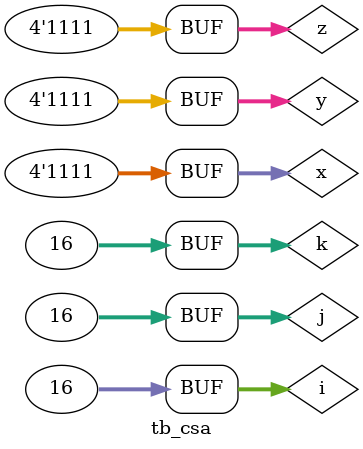
<source format=sv>
module tb_csa;

    reg [3:0] x,y,z;
    wire [4:0] s;
    wire cout;  
    integer i,j,k,error;

    // Instantiate the Unit Under Test (UUT)
    csa uut (x,y,z,s,cout);

//Stimulus block - all the input combinations are tested here.
//the number of errors are recorded in the signal named "error".
    initial begin
        // Initialize Inputs
        x = 0;
        y = 0;
        z = 0;
        error = 0;
        //three for loops to test all input combinations.
      for(i=0;i<16;i=i+1) begin
            for(j=0;j<16;j=j+1) begin
                for(k=0;k<16;k=k+1) begin
                     x = i;
                     y = j;
                     z = k;
                     #10;
                     if({cout,s} != (i+j+k)) 
                          error <= error + 1;
                end       
            end  
      end
    end 
    
endmodule

</source>
